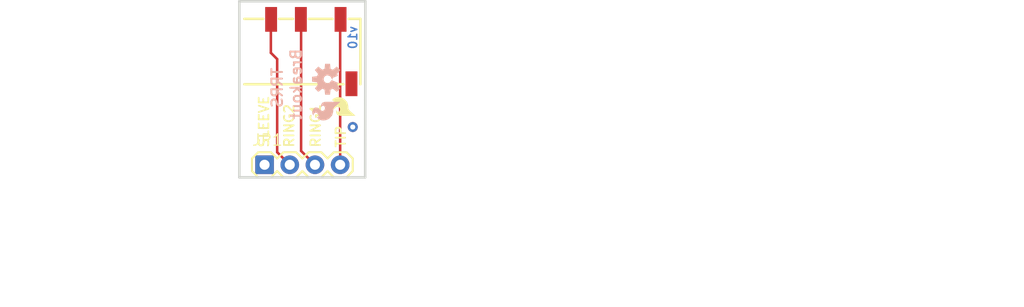
<source format=kicad_pcb>
(kicad_pcb (version 20211014) (generator pcbnew)
  (layers (0 "F.Cu" signal) (31 "B.Cu" signal) (34 "B.Paste" user) (35 "F.Paste" user) (36 "B.SilkS" user "B.Silkscreen") (37 "F.SilkS" user "F.Silkscreen") (38 "B.Mask" user) (39 "F.Mask" user) (44 "Edge.Cuts" user))
  (net 0 "")
  (net 1 "RING1")
  (net 2 "TIP")
  (net 3 "RING2")
  (net 4 "SLEEVE")
  (footprint "boardEagle:SFE-LOGO-FLAME" (layer "F.Cu") (at 153.8351 107.6706 90)
    (fp_text reference "JP3" hide)
    (fp_text value "LOGO-SFESK" hide)
    (fp_poly (pts (xy 1.126002 -2.808203) (xy 1.215449 -2.785829) (xy 1.228477 -2.780783) (xy 1.240149 -2.774875) (xy 1.25686 -2.766576) (xy 1.275552 -2.759834) (xy 1.371694 -2.7026) (xy 1.3793 -2.7026) (xy 1.3793 -2.6772) (xy 1.306833 -2.6772) (xy 1.208418 -2.657914) (xy 1.074855 -2.495286) (xy 1.079365 -2.436825) (xy 1.12809 -2.341869) (xy 1.204666 -2.265196) (xy 1.294069 -2.200638) (xy 1.369348 -2.168824) (xy 1.450737 -2.171632) (xy 1.458864 -2.174186) (xy 1.466257 -2.177389) (xy 1.530514 -2.236956) (xy 1.5368 -2.259812) (xy 1.5368 -2.377938) (xy 1.763707 -2.148127) (xy 1.868186 -1.856841) (xy 1.871603 -1.856894) (xy 1.87806 -1.650435) (xy 1.848857 -1.45742) (xy 1.785308 -1.272842) (xy 1.6663 -1.061578) (xy 1.6663 -1.080581) (xy 1.378131 -0.80901) (xy 0.982239 -0.6985) (xy 0.753005 -0.6985) (xy 0.716201 -0.692046) (xy 0.681776 -0.679592) (xy 0.496322 -0.541784) (xy -0.0126 0.03091) (xy -0.0126 -1.52077) (xy 0.060004 -1.761967) (xy 0.168295 -1.865489) (xy 0.307122 -1.917522) (xy 0.4039 -1.925089) (xy 0.499384 -1.917623) (xy 0.55991 -1.908099) (xy 0.557788 -1.884433) (xy 0.522216 -1.885242) (xy 0.501784 -1.876141) (xy 0.420519 -1.817154) (xy 0.400722 -1.79067) (xy 0.390395 -1.7285) (xy 0.400905 -1.665229) (xy 0.421405 -1.625174) (xy 0.452343 -1.592685) (xy 0.546535 -1.54355) (xy 0.652229 -1.531742) (xy 0.742768 -1.550084) (xy 0.82422 -1.589656) (xy 0.92203 -1.754659) (xy 0.907706 -1.848844) (xy 0.850914 -1.930401) (xy 0.584707 -2.263237) (xy 0.561667 -2.510855) (xy 0.627495 -2.621556) (xy 0.629042 -2.623103) (xy 0.778901 -2.74712) (xy 1.032676 -2.817064)) (layer "F.SilkS") (width 0) (fill solid))
  )
  (footprint "boardEagle:CREATIVE_COMMONS" (layer "F.Cu") (at 138.3411 125.3236)
    (fp_text reference "FRAME1" hide)
    (fp_text value "FRAME-LETTER" hide)
  )
  (footprint "boardEagle:1X04" (layer "F.Cu") (at 144.6911 112.6236)
    (fp_text reference "JP1" (at -1.3462 -1.8288) (layer "F.SilkS") (effects (font (size 1.143 1.143) (thickness 0.127)) (justify left bottom)))
    (fp_text value "")
    (fp_line (start 1.905 -1.27) (end 3.175 -1.27) (layer "F.SilkS") (width 0.2032))
    (fp_line (start 3.175 -1.27) (end 3.81 -0.635) (layer "F.SilkS") (width 0.2032))
    (fp_line (start 3.81 -0.635) (end 4.445 -1.27) (layer "F.SilkS") (width 0.2032))
    (fp_line (start 1.27 -0.635) (end 1.905 -1.27) (layer "F.SilkS") (width 0.2032))
    (fp_line (start 3.81 0.635) (end 3.175 1.27) (layer "F.SilkS") (width 0.2032))
    (fp_line (start -0.635 -1.27) (end 0.635 -1.27) (layer "F.SilkS") (width 0.2032))
    (fp_line (start 0.635 -1.27) (end 1.27 -0.635) (layer "F.SilkS") (width 0.2032))
    (fp_line (start 5.715 -1.27) (end 6.35 -0.635) (layer "F.SilkS") (width 0.2032))
    (fp_line (start 8.89 -0.635) (end 8.89 0.635) (layer "F.SilkS") (width 0.2032))
    (fp_line (start -1.27 0.635) (end -0.635 1.27) (layer "F.SilkS") (width 0.2032))
    (fp_line (start 8.255 -1.27) (end 8.89 -0.635) (layer "F.SilkS") (width 0.2032))
    (fp_line (start 4.445 1.27) (end 3.81 0.635) (layer "F.SilkS") (width 0.2032))
    (fp_line (start 4.445 -1.27) (end 5.715 -1.27) (layer "F.SilkS") (width 0.2032))
    (fp_line (start 3.175 1.27) (end 1.905 1.27) (layer "F.SilkS") (width 0.2032))
    (fp_line (start 6.35 0.635) (end 6.985 1.27) (layer "F.SilkS") (width 0.2032))
    (fp_line (start 6.985 -1.27) (end 6.35 -0.635) (layer "F.SilkS") (width 0.2032))
    (fp_line (start -1.27 -0.635) (end -1.27 0.635) (layer "F.SilkS") (width 0.2032))
    (fp_line (start 1.905 1.27) (end 1.27 0.635) (layer "F.SilkS") (width 0.2032))
    (fp_line (start 6.35 0.635) (end 5.715 1.27) (layer "F.SilkS") (width 0.2032))
    (fp_line (start -0.635 -1.27) (end -1.27 -0.635) (layer "F.SilkS") (width 0.2032))
    (fp_line (start 1.27 0.635) (end 0.635 1.27) (layer "F.SilkS") (width 0.2032))
    (fp_line (start 8.89 0.635) (end 8.255 1.27) (layer "F.SilkS") (width 0.2032))
    (fp_line (start 5.715 1.27) (end 4.445 1.27) (layer "F.SilkS") (width 0.2032))
    (fp_line (start 8.255 1.27) (end 6.985 1.27) (layer "F.SilkS") (width 0.2032))
    (fp_line (start 0.635 1.27) (end -0.635 1.27) (layer "F.SilkS") (width 0.2032))
    (fp_line (start 6.985 -1.27) (end 8.255 -1.27) (layer "F.SilkS") (width 0.2032))
    (pad "1" thru_hole rect (at 0 0 90) (size 1.8796 1.8796) (drill 1.016) (layers *.Cu *.Mask) (net 4 "SLEEVE"))
    (pad "2" thru_hole circle (at 2.54 0 90) (size 1.8796 1.8796) (drill 1.016) (layers *.Cu *.Mask) (net 3 "RING2"))
    (pad "3" thru_hole circle (at 5.08 0 90) (size 1.8796 1.8796) (drill 1.016) (layers *.Cu *.Mask) (net 1 "RING1"))
    (pad "4" thru_hole circle (at 7.62 0 90) (size 1.8796 1.8796) (drill 1.016) (layers *.Cu *.Mask) (net 2 "TIP"))
  )
  (footprint "boardEagle:AUDIO-JACK-TRRS-SMD" (layer "F.Cu") (at 142.1511 101.1936)
    (fp_text reference "JP2" hide)
    (fp_text value "AUDIO-JACK3" hide)
    (fp_line (start 12.2 -3.3) (end 11 -3.3) (layer "F.SilkS") (width 0.254))
    (fp_line (start 7 -3.3) (end 9.4 -3.3) (layer "F.SilkS") (width 0.254))
    (fp_line (start 0.5 3.3) (end 10.5 3.3) (layer "F.SilkS") (width 0.254))
    (fp_line (start 12.2 -3.3) (end 12.2 3.3) (layer "F.SilkS") (width 0.254))
    (fp_line (start 4 -3.3) (end 5.4 -3.3) (layer "F.SilkS") (width 0.254))
    (fp_line (start 0.5 -3.3) (end 2.4 -3.3) (layer "F.SilkS") (width 0.254))
    (pad "" np_thru_hole circle (at 1.6 0) (size 1.2 1.2) (drill 1.2) (layers *.Cu *.Mask))
    (pad "" np_thru_hole circle (at 8.6 0) (size 1.2 1.2) (drill 1.2) (layers *.Cu *.Mask))
    (pad "EARTH" smd rect (at 11.3 3.25) (size 1.2 2.5) (layers "F.Cu" "F.Paste" "F.Mask") (net 4 "SLEEVE"))
    (pad "RING1" smd rect (at 6.2 -3.25) (size 1.2 2.5) (layers "F.Cu" "F.Paste" "F.Mask") (net 1 "RING1"))
    (pad "RING2" smd rect (at 3.2 -3.25 180) (size 1.2 2.5) (layers "F.Cu" "F.Paste" "F.Mask") (net 3 "RING2"))
    (pad "TIP" smd rect (at 10.2 -3.25) (size 1.2 2.5) (layers "F.Cu" "F.Paste" "F.Mask") (net 2 "TIP"))
  )
  (footprint "boardEagle:OSHW-LOGO-S" (layer "B.Cu") (at 151.0411 103.9876 -90)
    (fp_text reference "U$1" hide)
    (fp_text value "OSHW-LOGOS" hide)
    (fp_poly (pts (xy 0.301647 1.061351) (xy 0.42347 1.022344) (xy 0.537177 0.963769) (xy 0.92862 1.282946) (xy 1.282946 0.92862) (xy 0.961035 0.533823) (xy 1.057046 0.302084) (xy 1.5638 0.250561) (xy 1.5638 -0.250561) (xy 1.057046 -0.302084) (xy 0.961035 -0.533823) (xy 1.282946 -0.92862) (xy 0.92862 -1.282946) (xy 0.537177 -0.96377) (xy 0.356601 -1.056794) (xy 0.088679 -0.410073) (xy 0.326262 -0.2176) (xy 0.373649 -0.121468) (xy 0.392729 -0.010339) (xy 0.379464 0.101634) (xy 0.334947 0.205229) (xy 0.262842 0.291918) (xy 0.169087 0.354561) (xy 0.061406 0.387999) (xy -0.051342 0.38948) (xy -0.159868 0.358881) (xy -0.255234 0.298724) (xy -0.329589 0.213962) (xy -0.376813 0.111569) (xy -0.392176 0.005767) (xy -0.322923 -0.222565) (xy -0.249312 -0.303773) (xy 0.091677 -0.5081) (xy -0.12929 -0.5081) (xy -0.355332 -1.053732) (xy -0.506597 -0.983577) (xy -0.538922 -0.965192) (xy -0.92862 -1.282946) (xy -1.282946 -0.92862) (xy -0.961035 -0.533823) (xy -1.057046 -0.302084) (xy -1.5638 -0.250561) (xy -1.5638 0.250561) (xy -1.057046 0.302084) (xy -0.961035 0.533823) (xy -1.282946 0.92862) (xy -0.92862 1.282946) (xy -0.533823 0.961035) (xy -0.302084 1.057046) (xy -0.250561 1.5638) (xy 0.250561 1.5638)) (layer "B.SilkS") (width 0) (fill solid))
  )
  (footprint "boardEagle:SFE-LOGO-FLAME" (layer "B.Cu") (at 152.3111 106.2736 -90)
    (fp_text reference "JP4" hide)
    (fp_text value "LOGO-SFESK" hide)
    (fp_poly (pts (xy 1.126002 2.808203) (xy 1.215449 2.785829) (xy 1.228477 2.780783) (xy 1.240149 2.774875) (xy 1.25686 2.766576) (xy 1.275552 2.759834) (xy 1.371694 2.7026) (xy 1.3793 2.7026) (xy 1.3793 2.6772) (xy 1.306833 2.6772) (xy 1.208418 2.657914) (xy 1.074855 2.495286) (xy 1.079365 2.436825) (xy 1.12809 2.341869) (xy 1.204666 2.265196) (xy 1.294069 2.200638) (xy 1.369348 2.168824) (xy 1.450737 2.171632) (xy 1.458864 2.174186) (xy 1.466257 2.177389) (xy 1.530514 2.236956) (xy 1.5368 2.259812) (xy 1.5368 2.377938) (xy 1.763707 2.148127) (xy 1.868186 1.856841) (xy 1.871603 1.856894) (xy 1.87806 1.650435) (xy 1.848857 1.45742) (xy 1.785308 1.272842) (xy 1.6663 1.061578) (xy 1.6663 1.080581) (xy 1.378131 0.80901) (xy 0.982239 0.6985) (xy 0.753005 0.6985) (xy 0.716201 0.692046) (xy 0.681776 0.679592) (xy 0.496322 0.541784) (xy -0.0126 -0.03091) (xy -0.0126 1.52077) (xy 0.060004 1.761967) (xy 0.168295 1.865489) (xy 0.307122 1.917522) (xy 0.4039 1.925089) (xy 0.499384 1.917623) (xy 0.55991 1.908099) (xy 0.557788 1.884433) (xy 0.522216 1.885242) (xy 0.501784 1.876141) (xy 0.420519 1.817154) (xy 0.400722 1.79067) (xy 0.390395 1.7285) (xy 0.400905 1.665229) (xy 0.421405 1.625174) (xy 0.452343 1.592685) (xy 0.546535 1.54355) (xy 0.652229 1.531742) (xy 0.742768 1.550084) (xy 0.82422 1.589656) (xy 0.92203 1.754659) (xy 0.907706 1.848844) (xy 0.850914 1.930401) (xy 0.584707 2.263237) (xy 0.561667 2.510855) (xy 0.627495 2.621556) (xy 0.629042 2.623103) (xy 0.778901 2.74712) (xy 1.032676 2.817064)) (layer "B.SilkS") (width 0) (fill solid))
  )
  (gr_line (start 154.8311 113.8936) (end 154.8511 96.1136) (layer "Edge.Cuts") (width 0.254))
  (gr_line (start 142.1511 96.1136) (end 142.1511 113.8936) (layer "Edge.Cuts") (width 0.254))
  (gr_line (start 154.8511 96.1136) (end 142.1511 96.1136) (layer "Edge.Cuts") (width 0.254))
  (gr_line (start 142.1511 113.8936) (end 154.8311 113.8936) (layer "Edge.Cuts") (width 0.254))
  (gr_text "v10" (at 154.0891 98.5266 -270) (layer "B.Cu") (effects (font (size 0.8636 0.8636) (thickness 0.1524)) (justify left bottom mirror)))
  (gr_text "Breakout" (at 148.5011 100.8126 -270) (layer "B.SilkS") (effects (font (size 1.0795 1.0795) (thickness 0.1905)) (justify left bottom mirror)))
  (gr_text "TRRS" (at 146.5961 102.7176 -270) (layer "B.SilkS") (effects (font (size 1.0795 1.0795) (thickness 0.1905)) (justify left bottom mirror)))
  (gr_text "RING2" (at 147.7391 110.9726 90) (layer "F.SilkS") (effects (font (size 0.97155 0.97155) (thickness 0.17145)) (justify left bottom)))
  (gr_text "TIP" (at 152.9461 110.9726 90) (layer "F.SilkS") (effects (font (size 0.97155 0.97155) (thickness 0.17145)) (justify left bottom)))
  (gr_text "RING1" (at 150.4061 110.9726 90) (layer "F.SilkS") (effects (font (size 0.97155 0.97155) (thickness 0.17145)) (justify left bottom)))
  (gr_text "SLEEVE" (at 145.1991 110.9726 90) (layer "F.SilkS") (effects (font (size 0.97155 0.97155) (thickness 0.17145)) (justify left bottom)))
  (segment (start 148.3741 97.9666) (end 148.3741 111.2266) (width 0.254) (layer "F.Cu") (net 1))
  (segment (start 148.3741 97.9666) (end 148.3511 97.9436) (width 0.254) (layer "F.Cu") (net 1))
  (segment (start 148.3741 111.2266) (end 149.7711 112.6236) (width 0.254) (layer "F.Cu") (net 1))
  (segment (start 152.3111 97.9836) (end 152.3511 97.9436) (width 0.254) (layer "F.Cu") (net 2))
  (segment (start 152.3111 97.9836) (end 152.3111 112.6236) (width 0.254) (layer "F.Cu") (net 2))
  (segment (start 145.3261 101.3206) (end 145.3261 97.9686) (width 0.254) (layer "F.Cu") (net 3))
  (segment (start 145.9611 101.9556) (end 145.3261 101.3206) (width 0.254) (layer "F.Cu") (net 3))
  (segment (start 145.9611 111.3536) (end 147.2311 112.6236) (width 0.254) (layer "F.Cu") (net 3))
  (segment (start 145.3261 97.9686) (end 145.3511 97.9436) (width 0.254) (layer "F.Cu") (net 3))
  (segment (start 145.9611 111.3536) (end 145.9611 101.9556) (width 0.254) (layer "F.Cu") (net 3))
  (via (at 153.5811 108.8136) (size 1.016) (drill 0.508) (layers "F.Cu" "B.Cu") (net 4))
)
</source>
